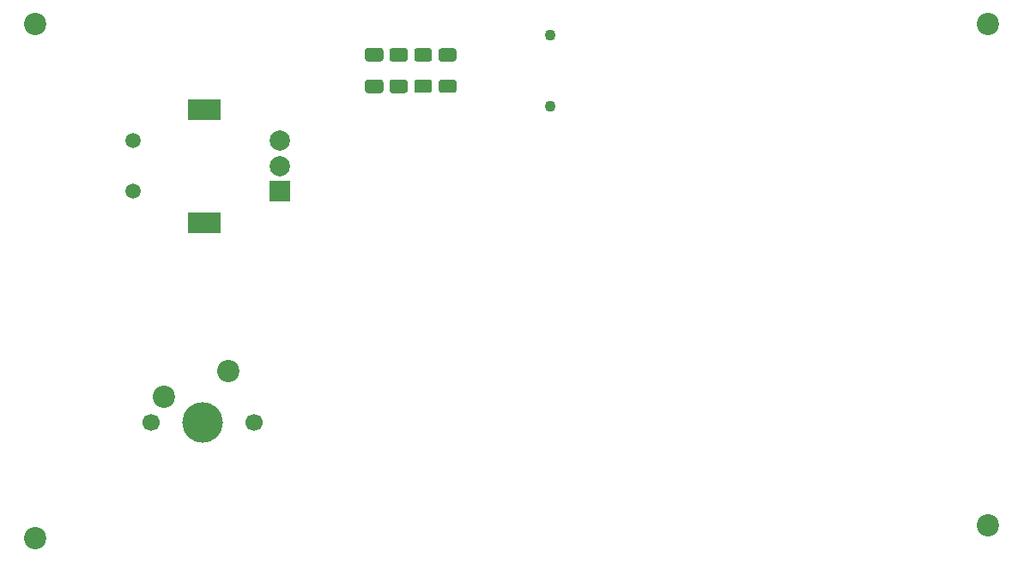
<source format=gts>
G04 #@! TF.GenerationSoftware,KiCad,Pcbnew,(5.1.7)-1*
G04 #@! TF.CreationDate,2020-11-24T00:17:57-08:00*
G04 #@! TF.ProjectId,daughter_board,64617567-6874-4657-925f-626f6172642e,rev?*
G04 #@! TF.SameCoordinates,Original*
G04 #@! TF.FileFunction,Soldermask,Top*
G04 #@! TF.FilePolarity,Negative*
%FSLAX46Y46*%
G04 Gerber Fmt 4.6, Leading zero omitted, Abs format (unit mm)*
G04 Created by KiCad (PCBNEW (5.1.7)-1) date 2020-11-24 00:17:57*
%MOMM*%
%LPD*%
G01*
G04 APERTURE LIST*
%ADD10C,1.100000*%
%ADD11C,2.200000*%
%ADD12C,4.000000*%
%ADD13C,1.700000*%
%ADD14C,1.500000*%
%ADD15R,3.200000X2.000000*%
%ADD16C,2.000000*%
%ADD17R,2.000000X2.000000*%
G04 APERTURE END LIST*
D10*
X177800000Y-69660000D03*
X177800000Y-76660000D03*
D11*
X127000000Y-119380000D03*
X220980000Y-118110000D03*
X220980000Y-68580000D03*
X127000000Y-68580000D03*
G36*
G01*
X161051002Y-75377000D02*
X159750998Y-75377000D01*
G75*
G02*
X159501000Y-75127002I0J249998D01*
G01*
X159501000Y-74301998D01*
G75*
G02*
X159750998Y-74052000I249998J0D01*
G01*
X161051002Y-74052000D01*
G75*
G02*
X161301000Y-74301998I0J-249998D01*
G01*
X161301000Y-75127002D01*
G75*
G02*
X161051002Y-75377000I-249998J0D01*
G01*
G37*
G36*
G01*
X161051002Y-72252000D02*
X159750998Y-72252000D01*
G75*
G02*
X159501000Y-72002002I0J249998D01*
G01*
X159501000Y-71176998D01*
G75*
G02*
X159750998Y-70927000I249998J0D01*
G01*
X161051002Y-70927000D01*
G75*
G02*
X161301000Y-71176998I0J-249998D01*
G01*
X161301000Y-72002002D01*
G75*
G02*
X161051002Y-72252000I-249998J0D01*
G01*
G37*
G36*
G01*
X163464002Y-72252000D02*
X162163998Y-72252000D01*
G75*
G02*
X161914000Y-72002002I0J249998D01*
G01*
X161914000Y-71176998D01*
G75*
G02*
X162163998Y-70927000I249998J0D01*
G01*
X163464002Y-70927000D01*
G75*
G02*
X163714000Y-71176998I0J-249998D01*
G01*
X163714000Y-72002002D01*
G75*
G02*
X163464002Y-72252000I-249998J0D01*
G01*
G37*
G36*
G01*
X163464002Y-75377000D02*
X162163998Y-75377000D01*
G75*
G02*
X161914000Y-75127002I0J249998D01*
G01*
X161914000Y-74301998D01*
G75*
G02*
X162163998Y-74052000I249998J0D01*
G01*
X163464002Y-74052000D01*
G75*
G02*
X163714000Y-74301998I0J-249998D01*
G01*
X163714000Y-75127002D01*
G75*
G02*
X163464002Y-75377000I-249998J0D01*
G01*
G37*
G36*
G01*
X168265001Y-75352000D02*
X167014999Y-75352000D01*
G75*
G02*
X166765000Y-75102001I0J249999D01*
G01*
X166765000Y-74301999D01*
G75*
G02*
X167014999Y-74052000I249999J0D01*
G01*
X168265001Y-74052000D01*
G75*
G02*
X168515000Y-74301999I0J-249999D01*
G01*
X168515000Y-75102001D01*
G75*
G02*
X168265001Y-75352000I-249999J0D01*
G01*
G37*
G36*
G01*
X168265001Y-72252000D02*
X167014999Y-72252000D01*
G75*
G02*
X166765000Y-72002001I0J249999D01*
G01*
X166765000Y-71201999D01*
G75*
G02*
X167014999Y-70952000I249999J0D01*
G01*
X168265001Y-70952000D01*
G75*
G02*
X168515000Y-71201999I0J-249999D01*
G01*
X168515000Y-72002001D01*
G75*
G02*
X168265001Y-72252000I-249999J0D01*
G01*
G37*
G36*
G01*
X165852001Y-72252000D02*
X164601999Y-72252000D01*
G75*
G02*
X164352000Y-72002001I0J249999D01*
G01*
X164352000Y-71201999D01*
G75*
G02*
X164601999Y-70952000I249999J0D01*
G01*
X165852001Y-70952000D01*
G75*
G02*
X166102000Y-71201999I0J-249999D01*
G01*
X166102000Y-72002001D01*
G75*
G02*
X165852001Y-72252000I-249999J0D01*
G01*
G37*
G36*
G01*
X165852001Y-75352000D02*
X164601999Y-75352000D01*
G75*
G02*
X164352000Y-75102001I0J249999D01*
G01*
X164352000Y-74301999D01*
G75*
G02*
X164601999Y-74052000I249999J0D01*
G01*
X165852001Y-74052000D01*
G75*
G02*
X166102000Y-74301999I0J-249999D01*
G01*
X166102000Y-75102001D01*
G75*
G02*
X165852001Y-75352000I-249999J0D01*
G01*
G37*
X146050000Y-102870000D03*
X139700000Y-105410000D03*
D12*
X143510000Y-107950000D03*
D13*
X138430000Y-107950000D03*
X148590000Y-107950000D03*
D14*
X136630000Y-80090000D03*
X136630000Y-85090000D03*
D15*
X143630000Y-76990000D03*
X143630000Y-88190000D03*
D16*
X151130000Y-80090000D03*
X151130000Y-82590000D03*
D17*
X151130000Y-85090000D03*
M02*

</source>
